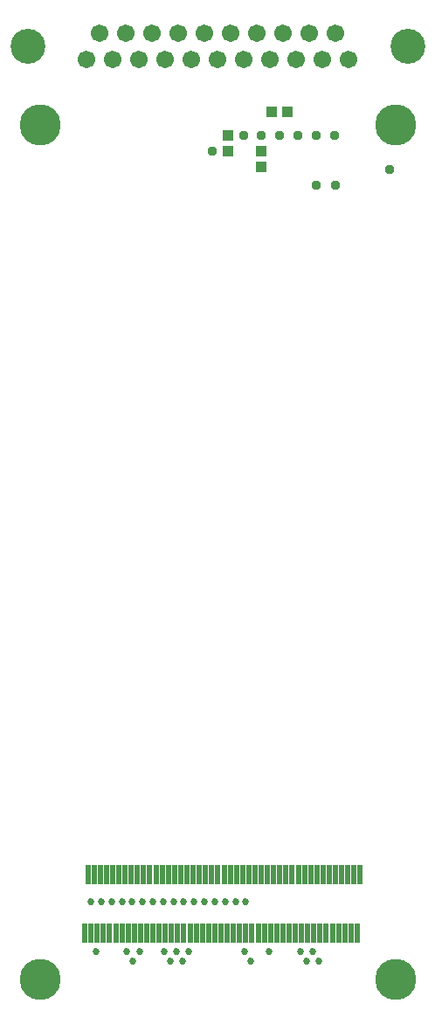
<source format=gts>
%FSLAX24Y24*%
%MOIN*%
G70*
G01*
G75*
G04 Layer_Color=8388736*
%ADD10R,0.1000X0.0300*%
%ADD11R,0.0360X0.0320*%
%ADD12R,0.0320X0.0360*%
%ADD13R,0.0118X0.0669*%
%ADD14C,0.0400*%
%ADD15C,0.0060*%
%ADD16C,0.0300*%
%ADD17C,0.0600*%
%ADD18C,0.1260*%
%ADD19C,0.1500*%
%ADD20C,0.0200*%
%ADD21C,0.0550*%
%ADD22C,0.0700*%
%ADD23C,0.1361*%
G04:AMPARAMS|DCode=24|XSize=188.5mil|YSize=188.5mil|CornerRadius=0mil|HoleSize=0mil|Usage=FLASHONLY|Rotation=0.000|XOffset=0mil|YOffset=0mil|HoleType=Round|Shape=Relief|Width=10mil|Gap=10mil|Entries=4|*
%AMTHD24*
7,0,0,0.1885,0.1685,0.0100,45*
%
%ADD24THD24*%
%ADD25C,0.0500*%
%ADD26C,0.0200*%
%ADD27C,0.0197*%
%ADD28C,0.0100*%
%ADD29C,0.0010*%
%ADD30C,0.0080*%
%ADD31C,0.0039*%
%ADD32C,0.0050*%
%ADD33R,0.0900X0.0100*%
%ADD34R,0.0430X0.0390*%
%ADD35R,0.0390X0.0430*%
%ADD36R,0.0188X0.0739*%
%ADD37C,0.0370*%
%ADD38C,0.0670*%
%ADD39C,0.1330*%
%ADD40C,0.1570*%
%ADD41C,0.0270*%
D34*
X-1000Y24300D02*
D03*
X-400D02*
D03*
D35*
X-2675Y22800D02*
D03*
Y23400D02*
D03*
X-1398Y22200D02*
D03*
Y22800D02*
D03*
D36*
X2382Y-4810D02*
D03*
X2146D02*
D03*
X1909D02*
D03*
X1673D02*
D03*
X1437D02*
D03*
X1201D02*
D03*
X964D02*
D03*
X728D02*
D03*
X492D02*
D03*
X256D02*
D03*
X20D02*
D03*
X-217D02*
D03*
X-453D02*
D03*
X-689D02*
D03*
X-925D02*
D03*
X-1161D02*
D03*
X-1398D02*
D03*
X-1634D02*
D03*
X-1870D02*
D03*
X-2106D02*
D03*
X-2343D02*
D03*
X-2579D02*
D03*
X-2815D02*
D03*
X-3051D02*
D03*
X-3287D02*
D03*
X-3524D02*
D03*
X-3760D02*
D03*
X-3996D02*
D03*
X-4232D02*
D03*
X-4469D02*
D03*
X-4705D02*
D03*
X-4941D02*
D03*
X-5177D02*
D03*
X-5413D02*
D03*
X-5650D02*
D03*
X-5886D02*
D03*
X-6122D02*
D03*
X-6358D02*
D03*
X-6595D02*
D03*
X-6831D02*
D03*
X-7067D02*
D03*
X-7303D02*
D03*
X-7539D02*
D03*
X-7776D02*
D03*
X-8012D02*
D03*
X2264Y-7035D02*
D03*
X2027D02*
D03*
X1791D02*
D03*
X1555D02*
D03*
X1319D02*
D03*
X1083D02*
D03*
X846D02*
D03*
X610D02*
D03*
X374D02*
D03*
X138D02*
D03*
X-99D02*
D03*
X-335D02*
D03*
X-571D02*
D03*
X-807D02*
D03*
X-1043D02*
D03*
X-1280D02*
D03*
X-1516D02*
D03*
X-1752D02*
D03*
X-1988D02*
D03*
X-2224D02*
D03*
X-2461D02*
D03*
X-2697D02*
D03*
X-2933D02*
D03*
X-3169D02*
D03*
X-3406D02*
D03*
X-3642D02*
D03*
X-3878D02*
D03*
X-4114D02*
D03*
X-4350D02*
D03*
X-4587D02*
D03*
X-4823D02*
D03*
X-5059D02*
D03*
X-5295D02*
D03*
X-5532D02*
D03*
X-5768D02*
D03*
X-6004D02*
D03*
X-6240D02*
D03*
X-6476D02*
D03*
X-6713D02*
D03*
X-6949D02*
D03*
X-7185D02*
D03*
X-7421D02*
D03*
X-7658D02*
D03*
X-7894D02*
D03*
X-8130D02*
D03*
D37*
X3509Y22100D02*
D03*
X-3275Y22800D02*
D03*
X0Y23400D02*
D03*
X-700D02*
D03*
X-1400D02*
D03*
X-2075D02*
D03*
X1437Y21500D02*
D03*
X700D02*
D03*
X1400Y23400D02*
D03*
X700D02*
D03*
D38*
X945Y26300D02*
D03*
X-55D02*
D03*
X-1055D02*
D03*
X-2055D02*
D03*
X-3055D02*
D03*
X-4055D02*
D03*
X-5055D02*
D03*
X-6055D02*
D03*
X-7055D02*
D03*
X-8055D02*
D03*
X1945D02*
D03*
X1445Y27300D02*
D03*
X445D02*
D03*
X-555D02*
D03*
X-1555D02*
D03*
X-2555D02*
D03*
X-3555D02*
D03*
X-4555D02*
D03*
X-5555D02*
D03*
X-6555D02*
D03*
X-7555D02*
D03*
D39*
X4195Y26800D02*
D03*
X-10305D02*
D03*
D40*
X3720Y23800D02*
D03*
X-9830D02*
D03*
X3720Y-8800D02*
D03*
X-9830D02*
D03*
D41*
X-1988Y-5854D02*
D03*
X-2382D02*
D03*
X-2776D02*
D03*
X-3169D02*
D03*
X-3563D02*
D03*
X-3957D02*
D03*
X-4350D02*
D03*
X-4744D02*
D03*
X-5138D02*
D03*
X-5532D02*
D03*
X-5925D02*
D03*
X-6319D02*
D03*
X-6713D02*
D03*
X-7106D02*
D03*
X-7500D02*
D03*
X-7900D02*
D03*
X-7700Y-7750D02*
D03*
X-6519D02*
D03*
X-6046D02*
D03*
X-5102D02*
D03*
X-4629D02*
D03*
X-4157D02*
D03*
X-2031D02*
D03*
X-1086D02*
D03*
X95D02*
D03*
X568D02*
D03*
X-6284Y-8116D02*
D03*
X-4867D02*
D03*
X-4394D02*
D03*
X-1796D02*
D03*
X330D02*
D03*
X803D02*
D03*
M02*

</source>
